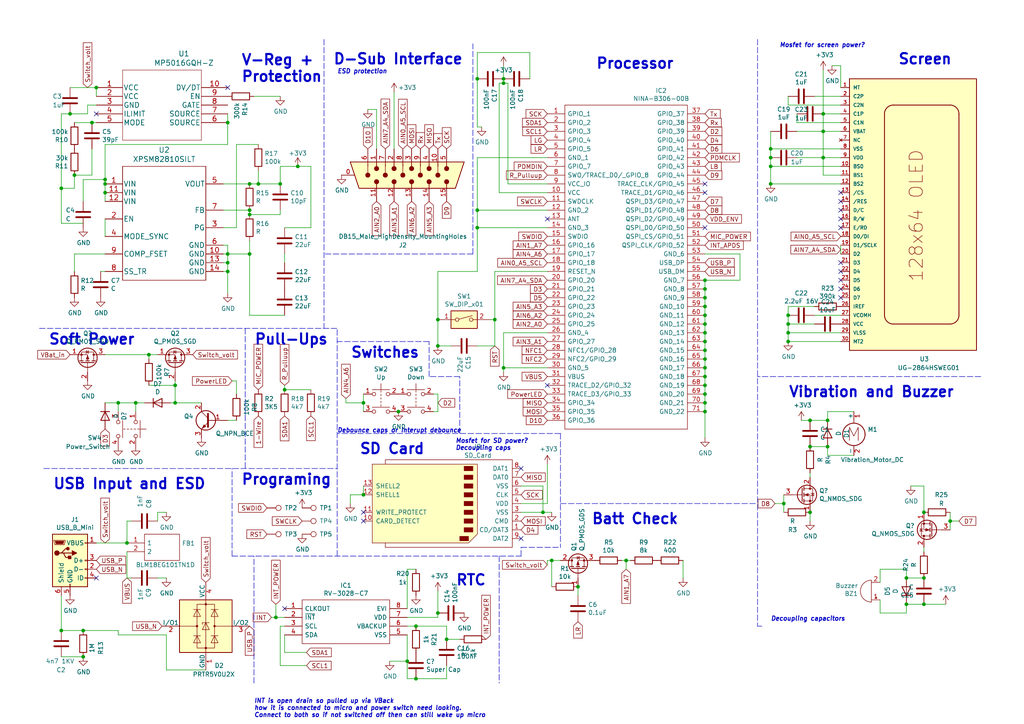
<source format=kicad_sch>
(kicad_sch (version 20211123) (generator eeschema)
  (paper "A4")
  (title_block (title "Nano Motherboard") (date "2021-02-19") (rev "1.0"))
  (junction (at 36.83 157.48))
  (junction (at 267.97 175.26))
  (junction (at 105.41 116.84))
  (junction (at 267.97 148.59))
  (junction (at 227.33 146.05))
  (junction (at 238.76 38.1))
  (junction (at 50.8 111.76))
  (junction (at 72.39 53.34))
  (junction (at 228.6 93.98))
  (junction (at 127 177.8))
  (junction (at 66.04 73.66))
  (junction (at 267.97 167.64))
  (junction (at 204.47 91.44))
  (junction (at 234.95 121.92))
  (junction (at 157.48 148.59))
  (junction (at 238.76 45.72))
  (junction (at 204.47 104.14))
  (junction (at 275.59 151.13))
  (junction (at 115.57 119.38))
  (junction (at 120.65 181.61))
  (junction (at 27.94 25.4))
  (junction (at 138.43 66.04))
  (junction (at 204.47 81.28))
  (junction (at 146.05 22.86))
  (junction (at 240.03 129.54))
  (junction (at 204.47 119.38))
  (junction (at 138.43 22.86))
  (junction (at 66.04 78.74))
  (junction (at 181.61 162.56))
  (junction (at 204.47 96.52))
  (junction (at 223.52 53.34))
  (junction (at 238.76 33.02))
  (junction (at 30.48 52.07))
  (junction (at 204.47 101.6))
  (junction (at 204.47 88.9))
  (junction (at 72.39 60.96))
  (junction (at 17.78 182.88))
  (junction (at 74.93 53.34))
  (junction (at 24.13 182.88))
  (junction (at 160.02 162.56))
  (junction (at 72.39 73.66))
  (junction (at 138.43 60.96))
  (junction (at 167.64 170.18))
  (junction (at 204.47 93.98))
  (junction (at 118.11 191.77))
  (junction (at 204.47 109.22))
  (junction (at 146.05 106.68))
  (junction (at 223.52 43.18))
  (junction (at 127 100.33))
  (junction (at 223.52 48.26))
  (junction (at 17.78 54.61))
  (junction (at 43.18 102.87))
  (junction (at 143.51 92.71))
  (junction (at 120.65 196.85))
  (junction (at 240.03 121.92))
  (junction (at 204.47 116.84))
  (junction (at 234.95 148.59))
  (junction (at 228.6 91.44))
  (junction (at 129.54 185.42))
  (junction (at 86.36 48.26))
  (junction (at 204.47 114.3))
  (junction (at 66.04 76.2))
  (junction (at 21.59 50.8))
  (junction (at 127 92.71))
  (junction (at 34.29 116.84))
  (junction (at 223.52 45.72))
  (junction (at 30.48 53.34))
  (junction (at 66.04 35.56))
  (junction (at 30.48 55.88))
  (junction (at 146.05 24.13))
  (junction (at 228.6 96.52))
  (junction (at 80.01 179.07))
  (junction (at 204.47 83.82))
  (junction (at 204.47 106.68))
  (junction (at 26.67 35.56))
  (junction (at 82.55 113.03))
  (junction (at 24.13 190.5))
  (junction (at 262.89 175.26))
  (junction (at 228.6 99.06))
  (junction (at 72.39 62.23))
  (junction (at 20.32 33.02))
  (junction (at 204.47 86.36))
  (junction (at 234.95 129.54))
  (junction (at 50.8 116.84))
  (junction (at 81.28 53.34))
  (junction (at 204.47 99.06))
  (junction (at 204.47 111.76))
  (junction (at 262.89 167.64))
  (junction (at 105.41 143.51))
  (junction (at 39.37 116.84))
  (no_connect (at 105.41 148.59))
  (no_connect (at 151.13 156.21))
  (no_connect (at 66.04 25.4))
  (no_connect (at 243.84 55.88))
  (no_connect (at 243.84 66.04))
  (no_connect (at 27.94 167.64))
  (no_connect (at 204.47 55.88))
  (no_connect (at 151.13 135.89))
  (no_connect (at 158.75 63.5))
  (no_connect (at 204.47 66.04))
  (no_connect (at 243.84 76.2))
  (no_connect (at 243.84 81.28))
  (no_connect (at 27.94 33.02))
  (no_connect (at 158.75 111.76))
  (no_connect (at 243.84 60.96))
  (no_connect (at 243.84 63.5))
  (no_connect (at 243.84 78.74))
  (no_connect (at 204.47 53.34))
  (no_connect (at 105.41 151.13))
  (no_connect (at 243.84 83.82))
  (no_connect (at 243.84 86.36))
  (no_connect (at 243.84 58.42))
  (no_connect (at 82.55 176.53))
  (wire (pts (xy 34.29 184.15) (xy 34.29 182.88)))
  (wire (pts (xy 143.51 78.74) (xy 143.51 92.71)))
  (wire (pts (xy 204.47 116.84) (xy 204.47 119.38)))
  (polyline (pts (xy 151.13 161.29) (xy 151.13 158.75)))
  (wire (pts (xy 158.75 45.72) (xy 138.43 45.72)))
  (wire (pts (xy 36.83 167.64) (xy 38.1 167.64)))
  (wire (pts (xy 127 177.8) (xy 127 179.07)))
  (wire (pts (xy 81.28 53.34) (xy 81.28 48.26)))
  (wire (pts (xy 30.48 78.74) (xy 29.21 78.74)))
  (wire (pts (xy 147.32 24.13) (xy 147.32 53.34)))
  (wire (pts (xy 30.48 102.87) (xy 43.18 102.87)))
  (wire (pts (xy 34.29 184.15) (xy 48.26 184.15)))
  (wire (pts (xy 24.13 64.77) (xy 17.78 64.77)))
  (wire (pts (xy 74.93 53.34) (xy 72.39 53.34)))
  (wire (pts (xy 39.37 116.84) (xy 39.37 119.38)))
  (wire (pts (xy 130.81 100.33) (xy 127 100.33)))
  (wire (pts (xy 30.48 52.07) (xy 30.48 41.91)))
  (wire (pts (xy 34.29 182.88) (xy 24.13 182.88)))
  (polyline (pts (xy 219.71 181.61) (xy 220.98 181.61)))
  (wire (pts (xy 227.33 146.05) (xy 227.33 148.59)))
  (wire (pts (xy 45.72 148.59) (xy 45.72 151.13)))
  (wire (pts (xy 34.29 116.84) (xy 39.37 116.84)))
  (wire (pts (xy 227.33 143.51) (xy 227.33 146.05)))
  (wire (pts (xy 101.6 143.51) (xy 101.6 146.05)))
  (wire (pts (xy 30.48 52.07) (xy 30.48 53.34)))
  (wire (pts (xy 231.14 35.56) (xy 231.14 33.02)))
  (wire (pts (xy 181.61 162.56) (xy 182.88 162.56)))
  (wire (pts (xy 21.59 50.8) (xy 21.59 54.61)))
  (wire (pts (xy 204.47 106.68) (xy 204.47 109.22)))
  (wire (pts (xy 21.59 73.66) (xy 21.59 78.74)))
  (wire (pts (xy 72.39 69.85) (xy 72.39 73.66)))
  (wire (pts (xy 255.27 173.99) (xy 255.27 177.8)))
  (wire (pts (xy 267.97 167.64) (xy 262.89 167.64)))
  (wire (pts (xy 30.48 73.66) (xy 21.59 73.66)))
  (polyline (pts (xy 162.56 146.05) (xy 219.71 146.05)))
  (wire (pts (xy 90.17 66.04) (xy 90.17 48.26)))
  (wire (pts (xy 80.01 175.26) (xy 80.01 179.07)))
  (wire (pts (xy 82.55 66.04) (xy 90.17 66.04)))
  (wire (pts (xy 228.6 99.06) (xy 228.6 96.52)))
  (wire (pts (xy 143.51 100.33) (xy 143.51 92.71)))
  (polyline (pts (xy 12.7 135.89) (xy 97.79 135.89)))
  (polyline (pts (xy 284.48 109.22) (xy 219.71 109.22)))
  (wire (pts (xy 36.83 157.48) (xy 36.83 151.13)))
  (wire (pts (xy 138.43 22.86) (xy 138.43 36.83)))
  (wire (pts (xy 118.11 191.77) (xy 113.03 191.77)))
  (wire (pts (xy 138.43 15.24) (xy 138.43 22.86)))
  (wire (pts (xy 157.48 148.59) (xy 160.02 148.59)))
  (wire (pts (xy 238.76 38.1) (xy 238.76 45.72)))
  (wire (pts (xy 43.18 102.87) (xy 45.72 102.87)))
  (wire (pts (xy 160.02 170.18) (xy 160.02 162.56)))
  (wire (pts (xy 24.13 58.42) (xy 24.13 52.07)))
  (wire (pts (xy 158.75 55.88) (xy 144.78 55.88)))
  (wire (pts (xy 64.77 60.96) (xy 72.39 60.96)))
  (wire (pts (xy 234.95 129.54) (xy 240.03 129.54)))
  (wire (pts (xy 204.47 96.52) (xy 204.47 99.06)))
  (wire (pts (xy 81.28 193.04) (xy 81.28 181.61)))
  (wire (pts (xy 204.47 81.28) (xy 214.63 81.28)))
  (wire (pts (xy 81.28 181.61) (xy 82.55 181.61)))
  (wire (pts (xy 138.43 66.04) (xy 138.43 78.74)))
  (wire (pts (xy 127 179.07) (xy 118.11 179.07)))
  (wire (pts (xy 204.47 109.22) (xy 204.47 111.76)))
  (wire (pts (xy 68.58 114.3) (xy 68.58 110.49)))
  (wire (pts (xy 147.32 24.13) (xy 146.05 24.13)))
  (wire (pts (xy 74.93 49.53) (xy 74.93 53.34)))
  (wire (pts (xy 129.54 181.61) (xy 129.54 185.42)))
  (wire (pts (xy 90.17 48.26) (xy 86.36 48.26)))
  (wire (pts (xy 78.74 179.07) (xy 80.01 179.07)))
  (wire (pts (xy 27.94 35.56) (xy 26.67 35.56)))
  (wire (pts (xy 66.04 78.74) (xy 66.04 85.09)))
  (wire (pts (xy 157.48 140.97) (xy 157.48 148.59)))
  (wire (pts (xy 223.52 43.18) (xy 223.52 38.1)))
  (wire (pts (xy 223.52 48.26) (xy 223.52 45.72)))
  (wire (pts (xy 82.55 76.2) (xy 82.55 73.66)))
  (wire (pts (xy 236.22 93.98) (xy 228.6 93.98)))
  (wire (pts (xy 151.13 148.59) (xy 157.48 148.59)))
  (wire (pts (xy 158.75 60.96) (xy 138.43 60.96)))
  (wire (pts (xy 143.51 78.74) (xy 158.75 78.74)))
  (wire (pts (xy 90.17 113.03) (xy 82.55 113.03)))
  (wire (pts (xy 82.55 113.03) (xy 82.55 111.76)))
  (wire (pts (xy 243.84 30.48) (xy 228.6 30.48)))
  (wire (pts (xy 68.58 110.49) (xy 67.31 110.49)))
  (wire (pts (xy 24.13 52.07) (xy 30.48 52.07)))
  (wire (pts (xy 228.6 88.9) (xy 228.6 91.44)))
  (wire (pts (xy 243.84 73.66) (xy 243.84 71.12)))
  (wire (pts (xy 17.78 54.61) (xy 17.78 64.77)))
  (wire (pts (xy 243.84 38.1) (xy 238.76 38.1)))
  (wire (pts (xy 17.78 33.02) (xy 20.32 33.02)))
  (wire (pts (xy 109.22 31.75) (xy 106.68 31.75)))
  (polyline (pts (xy 162.56 125.73) (xy 162.56 158.75)))
  (wire (pts (xy 82.55 189.23) (xy 82.55 184.15)))
  (wire (pts (xy 88.9 193.04) (xy 81.28 193.04)))
  (polyline (pts (xy 219.71 11.43) (xy 219.71 181.61)))
  (wire (pts (xy 118.11 196.85) (xy 120.65 196.85)))
  (wire (pts (xy 58.42 116.84) (xy 50.8 116.84)))
  (wire (pts (xy 240.03 119.38) (xy 247.65 119.38)))
  (wire (pts (xy 243.84 96.52) (xy 228.6 96.52)))
  (wire (pts (xy 204.47 99.06) (xy 204.47 101.6)))
  (wire (pts (xy 243.84 19.05) (xy 241.3 19.05)))
  (wire (pts (xy 66.04 73.66) (xy 66.04 71.12)))
  (wire (pts (xy 228.6 30.48) (xy 228.6 27.94)))
  (wire (pts (xy 100.33 115.57) (xy 100.33 116.84)))
  (wire (pts (xy 118.11 181.61) (xy 120.65 181.61)))
  (wire (pts (xy 204.47 114.3) (xy 204.47 116.84)))
  (wire (pts (xy 127 119.38) (xy 125.73 119.38)))
  (wire (pts (xy 127 78.74) (xy 127 92.71)))
  (wire (pts (xy 17.78 172.72) (xy 17.78 182.88)))
  (wire (pts (xy 255.27 165.1) (xy 262.89 165.1)))
  (wire (pts (xy 214.63 81.28) (xy 214.63 73.66)))
  (wire (pts (xy 204.47 91.44) (xy 204.47 93.98)))
  (wire (pts (xy 64.77 73.66) (xy 66.04 73.66)))
  (polyline (pts (xy 151.13 158.75) (xy 162.56 158.75)))
  (wire (pts (xy 17.78 33.02) (xy 17.78 54.61)))
  (wire (pts (xy 243.84 43.18) (xy 223.52 43.18)))
  (wire (pts (xy 243.84 33.02) (xy 238.76 33.02)))
  (wire (pts (xy 81.28 62.23) (xy 81.28 60.96)))
  (wire (pts (xy 105.41 143.51) (xy 101.6 143.51)))
  (wire (pts (xy 198.12 162.56) (xy 198.12 167.64)))
  (wire (pts (xy 105.41 116.84) (xy 105.41 119.38)))
  (wire (pts (xy 36.83 160.02) (xy 36.83 167.64)))
  (polyline (pts (xy 137.16 73.66) (xy 137.16 12.7)))
  (wire (pts (xy 66.04 33.02) (xy 66.04 35.56)))
  (wire (pts (xy 243.84 50.8) (xy 238.76 50.8)))
  (wire (pts (xy 157.48 140.97) (xy 151.13 140.97)))
  (wire (pts (xy 144.78 24.13) (xy 144.78 55.88)))
  (wire (pts (xy 243.84 48.26) (xy 223.52 48.26)))
  (wire (pts (xy 204.47 119.38) (xy 204.47 127)))
  (wire (pts (xy 204.47 86.36) (xy 204.47 88.9)))
  (wire (pts (xy 27.94 27.94) (xy 27.94 25.4)))
  (wire (pts (xy 27.94 157.48) (xy 36.83 157.48)))
  (wire (pts (xy 267.97 158.75) (xy 267.97 160.02)))
  (wire (pts (xy 158.75 53.34) (xy 147.32 53.34)))
  (wire (pts (xy 243.84 91.44) (xy 236.22 91.44)))
  (wire (pts (xy 120.65 181.61) (xy 129.54 181.61)))
  (wire (pts (xy 243.84 25.4) (xy 243.84 19.05)))
  (wire (pts (xy 158.75 106.68) (xy 146.05 106.68)))
  (wire (pts (xy 243.84 99.06) (xy 228.6 99.06)))
  (wire (pts (xy 118.11 196.85) (xy 118.11 191.77)))
  (wire (pts (xy 50.8 111.76) (xy 50.8 116.84)))
  (polyline (pts (xy 124.46 109.22) (xy 124.46 99.06)))
  (wire (pts (xy 267.97 140.97) (xy 267.97 148.59)))
  (wire (pts (xy 72.39 73.66) (xy 66.04 73.66)))
  (wire (pts (xy 267.97 175.26) (xy 262.89 175.26)))
  (wire (pts (xy 17.78 182.88) (xy 24.13 182.88)))
  (wire (pts (xy 34.29 119.38) (xy 34.29 116.84)))
  (wire (pts (xy 223.52 53.34) (xy 223.52 48.26)))
  (polyline (pts (xy 71.12 95.25) (xy 71.12 135.89)))
  (wire (pts (xy 105.41 114.3) (xy 105.41 116.84)))
  (wire (pts (xy 68.58 66.04) (xy 68.58 41.91)))
  (wire (pts (xy 181.61 165.1) (xy 181.61 162.56)))
  (wire (pts (xy 278.13 151.13) (xy 275.59 151.13)))
  (wire (pts (xy 180.34 162.56) (xy 181.61 162.56)))
  (wire (pts (xy 153.67 22.86) (xy 153.67 15.24)))
  (wire (pts (xy 243.84 53.34) (xy 223.52 53.34)))
  (wire (pts (xy 153.67 15.24) (xy 138.43 15.24)))
  (wire (pts (xy 158.75 146.05) (xy 158.75 134.62)))
  (wire (pts (xy 234.95 121.92) (xy 240.03 121.92)))
  (wire (pts (xy 204.47 111.76) (xy 204.47 114.3)))
  (polyline (pts (xy 144.78 161.29) (xy 144.78 198.12)))
  (wire (pts (xy 114.3 43.18) (xy 114.3 26.67)))
  (wire (pts (xy 88.9 189.23) (xy 82.55 189.23)))
  (wire (pts (xy 17.78 190.5) (xy 24.13 190.5)))
  (wire (pts (xy 243.84 45.72) (xy 238.76 45.72)))
  (wire (pts (xy 158.75 96.52) (xy 146.05 96.52)))
  (wire (pts (xy 68.58 121.92) (xy 66.04 121.92)))
  (wire (pts (xy 21.59 50.8) (xy 26.67 50.8)))
  (wire (pts (xy 138.43 100.33) (xy 143.51 100.33)))
  (wire (pts (xy 151.13 146.05) (xy 158.75 146.05)))
  (wire (pts (xy 30.48 41.91) (xy 66.04 41.91)))
  (wire (pts (xy 262.89 177.8) (xy 255.27 177.8)))
  (wire (pts (xy 20.32 25.4) (xy 27.94 25.4)))
  (wire (pts (xy 240.03 132.08) (xy 240.03 129.54)))
  (wire (pts (xy 204.47 81.28) (xy 204.47 83.82)))
  (wire (pts (xy 146.05 96.52) (xy 146.05 106.68)))
  (wire (pts (xy 21.59 54.61) (xy 17.78 54.61)))
  (wire (pts (xy 228.6 93.98) (xy 228.6 91.44)))
  (wire (pts (xy 262.89 165.1) (xy 262.89 167.64)))
  (wire (pts (xy 138.43 78.74) (xy 127 78.74)))
  (wire (pts (xy 73.66 27.94) (xy 81.28 27.94)))
  (wire (pts (xy 204.47 101.6) (xy 204.47 104.14)))
  (wire (pts (xy 240.03 121.92) (xy 240.03 119.38)))
  (polyline (pts (xy 67.31 161.29) (xy 67.31 135.89)))
  (wire (pts (xy 234.95 138.43) (xy 234.95 137.16)))
  (wire (pts (xy 72.39 62.23) (xy 81.28 62.23)))
  (wire (pts (xy 204.47 83.82) (xy 204.47 86.36)))
  (wire (pts (xy 39.37 116.84) (xy 41.91 116.84)))
  (wire (pts (xy 49.53 116.84) (xy 50.8 116.84)))
  (wire (pts (xy 72.39 73.66) (xy 72.39 91.44)))
  (wire (pts (xy 204.47 104.14) (xy 204.47 106.68)))
  (wire (pts (xy 267.97 140.97) (xy 264.16 140.97)))
  (polyline (pts (xy 133.35 109.22) (xy 124.46 109.22)))
  (wire (pts (xy 138.43 45.72) (xy 138.43 60.96)))
  (wire (pts (xy 125.73 114.3) (xy 127 114.3)))
  (wire (pts (xy 43.18 102.87) (xy 43.18 104.14)))
  (wire (pts (xy 66.04 71.12) (xy 64.77 71.12)))
  (wire (pts (xy 146.05 106.68) (xy 146.05 107.95)))
  (wire (pts (xy 228.6 96.52) (xy 228.6 93.98)))
  (wire (pts (xy 238.76 38.1) (xy 238.76 33.02)))
  (wire (pts (xy 64.77 78.74) (xy 66.04 78.74)))
  (wire (pts (xy 26.67 50.8) (xy 26.67 43.18)))
  (wire (pts (xy 120.65 196.85) (xy 129.54 196.85)))
  (wire (pts (xy 146.05 24.13) (xy 144.78 24.13)))
  (polyline (pts (xy 67.31 161.29) (xy 151.13 161.29)))
  (wire (pts (xy 109.22 43.18) (xy 109.22 31.75)))
  (wire (pts (xy 146.05 22.86) (xy 146.05 19.05)))
  (wire (pts (xy 160.02 162.56) (xy 158.75 162.56)))
  (wire (pts (xy 232.41 121.92) (xy 234.95 121.92)))
  (wire (pts (xy 255.27 165.1) (xy 255.27 168.91)))
  (wire (pts (xy 236.22 27.94) (xy 243.84 27.94)))
  (wire (pts (xy 234.95 151.13) (xy 234.95 148.59)))
  (wire (pts (xy 223.52 45.72) (xy 223.52 43.18)))
  (wire (pts (xy 72.39 91.44) (xy 82.55 91.44)))
  (wire (pts (xy 64.77 66.04) (xy 68.58 66.04)))
  (wire (pts (xy 214.63 73.66) (xy 204.47 73.66)))
  (wire (pts (xy 204.47 88.9) (xy 204.47 91.44)))
  (wire (pts (xy 238.76 38.1) (xy 231.14 38.1)))
  (wire (pts (xy 81.28 48.26) (xy 86.36 48.26)))
  (wire (pts (xy 224.79 146.05) (xy 227.33 146.05)))
  (wire (pts (xy 238.76 45.72) (xy 231.14 45.72)))
  (wire (pts (xy 118.11 176.53) (xy 118.11 165.1)))
  (wire (pts (xy 127 171.45) (xy 127 177.8)))
  (wire (pts (xy 129.54 185.42) (xy 133.35 185.42)))
  (wire (pts (xy 204.47 93.98) (xy 204.47 96.52)))
  (wire (pts (xy 127 100.33) (xy 127 92.71)))
  (wire (pts (xy 158.75 66.04) (xy 138.43 66.04)))
  (wire (pts (xy 158.75 163.83) (xy 158.75 162.56)))
  (wire (pts (xy 72.39 53.34) (xy 64.77 53.34)))
  (wire (pts (xy 118.11 165.1) (xy 120.65 165.1)))
  (wire (pts (xy 275.59 151.13) (xy 275.59 148.59)))
  (wire (pts (xy 66.04 76.2) (xy 66.04 78.74)))
  (wire (pts (xy 275.59 153.67) (xy 275.59 151.13)))
  (wire (pts (xy 129.54 193.04) (xy 129.54 196.85)))
  (polyline (pts (xy 133.35 125.73) (xy 133.35 109.22)))
  (wire (pts (xy 66.04 35.56) (xy 66.04 41.91)))
  (wire (pts (xy 68.58 41.91) (xy 74.93 41.91)))
  (wire (pts (xy 146.05 22.86) (xy 146.05 24.13)))
  (wire (pts (xy 48.26 194.31) (xy 48.26 184.15)))
  (wire (pts (xy 138.43 60.96) (xy 138.43 66.04)))
  (wire (pts (xy 72.39 60.96) (xy 72.39 62.23)))
  (wire (pts (xy 30.48 55.88) (xy 30.48 53.34)))
  (polyline (pts (xy 124.46 99.06) (xy 97.79 99.06)))
  (wire (pts (xy 30.48 63.5) (xy 30.48 68.58)))
  (wire (pts (xy 25.4 33.02) (xy 20.32 33.02)))
  (wire (pts (xy 105.41 140.97) (xy 105.41 143.51)))
  (wire (pts (xy 25.4 30.48) (xy 25.4 33.02)))
  (polyline (pts (xy 93.98 11.43) (xy 93.98 95.25)))
  (wire (pts (xy 26.67 35.56) (xy 21.59 35.56)))
  (wire (pts (xy 143.51 92.71) (xy 142.24 92.71)))
  (wire (pts (xy 48.26 148.59) (xy 45.72 148.59)))
  (wire (pts (xy 238.76 33.02) (xy 238.76 20.32)))
  (wire (pts (xy 167.64 172.72) (xy 167.64 170.18)))
  (wire (pts (xy 243.84 35.56) (xy 231.14 35.56)))
  (wire (pts (xy 66.04 76.2) (xy 66.04 73.66)))
  (polyline (pts (xy 162.56 125.73) (xy 97.79 125.73)))
  (wire (pts (xy 30.48 58.42) (xy 30.48 55.88)))
  (wire (pts (xy 74.93 53.34) (xy 81.28 53.34)))
  (wire (pts (xy 238.76 50.8) (xy 238.76 45.72)))
  (wire (pts (xy 262.89 175.26) (xy 262.89 177.8)))
  (wire (pts (xy 100.33 116.84) (xy 105.41 116.84)))
  (wire (pts (xy 236.22 88.9) (xy 228.6 88.9)))
  (wire (pts (xy 138.43 36.83) (xy 139.7 36.83)))
  (wire (pts (xy 43.18 111.76) (xy 50.8 111.76)))
  (wire (pts (xy 48.26 194.31) (xy 59.69 194.31)))
  (wire (pts (xy 50.8 110.49) (xy 50.8 111.76)))
  (wire (pts (xy 27.94 30.48) (xy 25.4 30.48)))
  (wire (pts (xy 118.11 191.77) (xy 118.11 184.15)))
  (wire (pts (xy 267.97 175.26) (xy 274.32 175.26)))
  (polyline (pts (xy 73.66 198.12) (xy 73.66 161.29)))
  (wire (pts (xy 80.01 179.07) (xy 82.55 179.07)))
  (wire (pts (xy 34.29 116.84) (xy 30.48 116.84)))
  (wire (pts (xy 162.56 162.56) (xy 160.02 162.56)))
  (wire (pts (xy 45.72 167.64) (xy 48.26 167.64)))
  (polyline (pts (xy 11.43 95.25) (xy 97.79 95.25)))
  (wire (pts (xy 127 114.3) (xy 127 119.38)))
  (wire (pts (xy 64.77 76.2) (xy 66.04 76.2)))
  (polyline (pts (xy 97.79 161.29) (xy 97.79 95.25)))
  (polyline (pts (xy 137.16 73.66) (xy 93.98 73.66)))
  (wire (pts (xy 240.03 132.08) (xy 247.65 132.08)))
  (wire (pts (xy 36.83 151.13) (xy 38.1 151.13)))
  (text "RTC" (at 132.08 170.18 0) (effects (font (size 2.9972 2.9972) (thickness 0.5994) bold) (justify left bottom)))
  (text "Mosfet for screen power?" (at 226.06 13.97 0) (effects (font (size 1.27 1.27) (thickness 0.254) bold italic) (justify left bottom)))
  (text "Debounce caps or interupt debounce" (at 97.79 125.73 0) (effects (font (size 1.27 1.27) (thickness 0.254) bold italic) (justify left bottom)))
  (text "SD Card" (at 104.14 132.08 0) (effects (font (size 2.9972 2.9972) (thickness 0.5994) bold) (justify left bottom)))
  (text "INT is open drain so pulled up via VBack\nhow it is connected to micro and power switch need looking.\nConnect to both so if not switched off then can still wake up micro" (at 73.66 208.28 0) (effects (font (size 1.27 1.27) (thickness 0.254) bold italic) (justify left bottom)))
  (text "Screen" (at 260.35 19.05 0) (effects (font (size 2.9972 2.9972) (thickness 0.5994) bold) (justify left bottom)))
  (text "D-Sub Interface" (at 96.52 19.05 0) (effects (font (size 2.9972 2.9972) (thickness 0.5994) bold) (justify left bottom)))
  (text "Mosfet for SD power?\nDecoupling caps" (at 132.08 130.81 0) (effects (font (size 1.27 1.27) (thickness 0.254) bold italic) (justify left bottom)))
  (text "Programing" (at 69.85 140.97 0) (effects (font (size 2.9972 2.9972) (thickness 0.5994) bold) (justify left bottom)))
  (text "Switches" (at 101.6 104.14 0) (effects (font (size 2.9972 2.9972) (thickness 0.5994) bold) (justify left bottom)))
  (text "Batt Check" (at 171.45 152.4 0) (effects (font (size 2.9972 2.9972) (thickness 0.5994) bold) (justify left bottom)))
  (text "Soft Power" (at 13.97 100.33 0) (effects (font (size 2.9972 2.9972) (thickness 0.5994) bold) (justify left bottom)))
  (text "ESD protection" (at 97.79 21.59 0) (effects (font (size 1.27 1.27) (thickness 0.254) bold italic) (justify left bottom)))
  (text "Processor" (at 172.72 20.32 0) (effects (font (size 2.9972 2.9972) (thickness 0.5994) bold) (justify left bottom)))
  (text "Pull-Ups" (at 73.66 100.33 0) (effects (font (size 2.9972 2.9972) (thickness 0.5994) bold) (justify left bottom)))
  (text "Decoupling capacitors" (at 223.52 180.34 0) (effects (font (size 1.27 1.27) (thickness 0.254) bold italic) (justify left bottom)))
  (text "V-Reg + \nProtection" (at 69.85 24.13 0) (effects (font (size 2.9972 2.9972) (thickness 0.5994) bold) (justify left bottom)))
  (text "USB Input and ESD" (at 15.24 142.24 0) (effects (font (size 2.9972 2.9972) (thickness 0.5994) bold) (justify left bottom)))
  (text "Vibration and Buzzer" (at 228.6 115.57 0) (effects (font (size 2.9972 2.9972) (thickness 0.5994) bold) (justify left bottom)))
  (global_label "SCL1" (shape input) (at 88.9 193.04 0) (property "Intersheet References" "${INTERSHEET_REFS}" (effects hide)))
  (global_label "D4" (shape input) (at 204.47 40.64 0) (property "Intersheet References" "${INTERSHEET_REFS}" (effects hide)))
  (global_label "LB" (shape input) (at 204.47 48.26 0) (property "Intersheet References" "${INTERSHEET_REFS}" (effects hide)))
  (global_label "AIN5_A3" (shape input) (at 158.75 88.9 180) (property "Intersheet References" "${INTERSHEET_REFS}" (effects hide)))
  (global_label "MISO~{}" (shape input) (at 124.46 43.18 90) (property "Intersheet References" "${INTERSHEET_REFS}" (effects hide)))
  (global_label "Switch_volt" (shape input) (at 25.4 25.4 90) (property "Intersheet References" "${INTERSHEET_REFS}" (effects hide)))
  (global_label "SDA1" (shape input) (at 88.9 189.23 0) (property "Intersheet References" "${INTERSHEET_REFS}" (effects hide)))
  (global_label "AIN0_A5_SCL" (shape input) (at 158.75 76.2 180) (property "Intersheet References" "${INTERSHEET_REFS}" (effects hide)))
  (global_label "SDA1" (shape input) (at 158.75 35.56 180) (property "Intersheet References" "${INTERSHEET_REFS}" (effects hide)))
  (global_label "LR" (shape input) (at 158.75 43.18 180) (property "Intersheet References" "${INTERSHEET_REFS}" (effects hide)))
  (global_label "INT" (shape input) (at 78.74 179.07 180) (property "Intersheet References" "${INTERSHEET_REFS}" (effects hide)))
  (global_label "MOSI" (shape input) (at 158.75 119.38 180) (property "Intersheet References" "${INTERSHEET_REFS}" (effects hide)))
  (global_label "D8" (shape input) (at 204.47 60.96 0) (property "Intersheet References" "${INTERSHEET_REFS}" (effects hide)))
  (global_label "VBUS" (shape input) (at 158.75 109.22 180) (property "Intersheet References" "${INTERSHEET_REFS}" (effects hide)))
  (global_label "MISO" (shape input) (at 151.13 138.43 0) (property "Intersheet References" "${INTERSHEET_REFS}" (effects hide)))
  (global_label "MOSI" (shape input) (at 119.38 43.18 90) (property "Intersheet References" "${INTERSHEET_REFS}" (effects hide)))
  (global_label "VDD_ENV" (shape input) (at 204.47 63.5 0) (property "Intersheet References" "${INTERSHEET_REFS}" (effects hide)))
  (global_label "D10" (shape input) (at 106.68 43.18 90) (property "Intersheet References" "${INTERSHEET_REFS}" (effects hide)))
  (global_label "USB_P" (shape input) (at 72.39 181.61 270) (property "Intersheet References" "${INTERSHEET_REFS}" (effects hide)))
  (global_label "D9" (shape input) (at 204.47 50.8 0) (property "Intersheet References" "${INTERSHEET_REFS}" (effects hide)))
  (global_label "D8" (shape input) (at 224.79 146.05 180) (property "Intersheet References" "${INTERSHEET_REFS}" (effects hide)))
  (global_label "R_Pulluup" (shape input) (at 82.55 111.76 90) (property "Intersheet References" "${INTERSHEET_REFS}" (effects hide)))
  (global_label "D7" (shape input) (at 204.47 58.42 0) (property "Intersheet References" "${INTERSHEET_REFS}" (effects hide)))
  (global_label "AIN3_A1" (shape input) (at 158.75 99.06 180) (property "Intersheet References" "${INTERSHEET_REFS}" (effects hide)))
  (global_label "USB_N" (shape input) (at 204.47 78.74 0) (property "Intersheet References" "${INTERSHEET_REFS}" (effects hide)))
  (global_label "D4" (shape input) (at 151.13 153.67 0) (property "Intersheet References" "${INTERSHEET_REFS}" (effects hide)))
  (global_label "SWDIO" (shape input) (at 77.47 147.32 180) (property "Intersheet References" "${INTERSHEET_REFS}" (effects hide)))
  (global_label "SWCLK" (shape input) (at 87.63 151.13 180) (property "Intersheet References" "${INTERSHEET_REFS}" (effects hide)))
  (global_label "AIN3_A1" (shape input) (at 114.3 58.42 270) (property "Intersheet References" "${INTERSHEET_REFS}" (effects hide)))
  (global_label "INT_APDS" (shape input) (at 204.47 71.12 0) (property "Intersheet References" "${INTERSHEET_REFS}" (effects hide)))
  (global_label "RST" (shape input) (at 77.47 154.94 180) (property "Intersheet References" "${INTERSHEET_REFS}" (effects hide)))
  (global_label "SCL1" (shape input) (at 158.75 38.1 180) (property "Intersheet References" "${INTERSHEET_REFS}" (effects hide)))
  (global_label "D3~{}" (shape input) (at 158.75 83.82 180) (property "Intersheet References" "${INTERSHEET_REFS}" (effects hide)))
  (global_label "SWDIO" (shape input) (at 158.75 68.58 180) (property "Intersheet References" "${INTERSHEET_REFS}" (effects hide)))
  (global_label "AIN0_A5_SCL" (shape input) (at 243.84 68.58 180) (property "Intersheet References" "${INTERSHEET_REFS}" (effects hide)))
  (global_label "1-Wire" (shape input) (at 74.93 120.65 270) (property "Intersheet References" "${INTERSHEET_REFS}" (effects hide)))
  (global_label "AIN2_A0" (shape input) (at 109.22 58.42 270) (property "Intersheet References" "${INTERSHEET_REFS}" (effects hide)))
  (global_label "MOSI" (shape input) (at 151.13 151.13 0) (property "Intersheet References" "${INTERSHEET_REFS}" (effects hide)))
  (global_label "D10" (shape input) (at 158.75 121.92 180) (property "Intersheet References" "${INTERSHEET_REFS}" (effects hide)))
  (global_label "LG" (shape input) (at 158.75 40.64 180) (property "Intersheet References" "${INTERSHEET_REFS}" (effects hide)))
  (global_label "SCK" (shape input) (at 151.13 143.51 0) (property "Intersheet References" "${INTERSHEET_REFS}" (effects hide)))
  (global_label "VBUS" (shape input) (at 36.83 167.64 270) (property "Intersheet References" "${INTERSHEET_REFS}" (effects hide)))
  (global_label "Switch_volt" (shape input) (at 59.69 168.91 90) (property "Intersheet References" "${INTERSHEET_REFS}" (effects hide)))
  (global_label "D3~{}" (shape input) (at 30.48 124.46 270) (property "Intersheet References" "${INTERSHEET_REFS}" (effects hide)))
  (global_label "D7" (shape input) (at 278.13 151.13 0) (property "Intersheet References" "${INTERSHEET_REFS}" (effects hide)))
  (global_label "VBat_in" (shape input) (at 20.32 102.87 180) (property "Intersheet References" "${INTERSHEET_REFS}" (effects hide)))
  (global_label "Switch_volt" (shape input) (at 158.75 163.83 180) (property "Intersheet References" "${INTERSHEET_REFS}" (effects hide)))
  (global_label "SCK" (shape input) (at 129.54 43.18 90) (property "Intersheet References" "${INTERSHEET_REFS}" (effects hide)))
  (global_label "D5~{}" (shape input) (at 158.75 86.36 180) (property "Intersheet References" "${INTERSHEET_REFS}" (effects hide)))
  (global_label "PowerLED" (shape input) (at 158.75 114.3 180) (property "Intersheet References" "${INTERSHEET_REFS}" (effects hide)))
  (global_label "AIN1_A7" (shape input) (at 181.61 165.1 270) (property "Intersheet References" "${INTERSHEET_REFS}" (effects hide)))
  (global_label "USB_N" (shape input) (at 46.99 181.61 180) (property "Intersheet References" "${INTERSHEET_REFS}" (effects hide)))
  (global_label "INT_POWER" (shape input) (at 140.97 185.42 90) (property "Intersheet References" "${INTERSHEET_REFS}" (effects hide)))
  (global_label "PDMCLK" (shape input) (at 204.47 45.72 0) (property "Intersheet References" "${INTERSHEET_REFS}" (effects hide)))
  (global_label "D2" (shape input) (at 127 116.84 0) (property "Intersheet References" "${INTERSHEET_REFS}" (effects hide)))
  (global_label "PDMDIN" (shape input) (at 158.75 48.26 180) (property "Intersheet References" "${INTERSHEET_REFS}" (effects hide)))
  (global_label "D6" (shape input) (at 204.47 43.18 0) (property "Intersheet References" "${INTERSHEET_REFS}" (effects hide)))
  (global_label "MIC_POWER" (shape input) (at 74.93 113.03 90) (property "Intersheet References" "${INTERSHEET_REFS}" (effects hide)))
  (global_label "AIN4_A6" (shape input) (at 158.75 73.66 180) (property "Intersheet References" "${INTERSHEET_REFS}" (effects hide)))
  (global_label "AIN7_A4_SDA" (shape input) (at 243.84 72.39 180) (property "Intersheet References" "${INTERSHEET_REFS}" (effects hide)))
  (global_label "Rx" (shape input) (at 204.47 35.56 0) (property "Intersheet References" "${INTERSHEET_REFS}" (effects hide)))
  (global_label "AIN5_A3" (shape input) (at 124.46 58.42 270) (property "Intersheet References" "${INTERSHEET_REFS}" (effects hide)))
  (global_label "USB_P" (shape input) (at 204.47 76.2 0) (property "Intersheet References" "${INTERSHEET_REFS}" (effects hide)))
  (global_label "D2" (shape input) (at 204.47 38.1 0) (property "Intersheet References" "${INTERSHEET_REFS}" (effects hide)))
  (global_label "NFC2" (shape input) (at 158.75 104.14 180) (property "Intersheet References" "${INTERSHEET_REFS}" (effects hide)))
  (global_label "AIN0_A5_SCL" (shape input) (at 116.84 43.18 90) (property "Intersheet References" "${INTERSHEET_REFS}" (effects hide)))
  (global_label "Switch_volt" (shape input) (at 30.48 157.48 90) (property "Intersheet References" "${INTERSHEET_REFS}" (effects hide)))
  (global_label "Tx" (shape input) (at 204.47 33.02 0) (property "Intersheet References" "${INTERSHEET_REFS}" (effects hide)))
  (global_label "Rx" (shape input) (at 121.92 43.18 90) (property "Intersheet References" "${INTERSHEET_REFS}" (effects hide)))
  (global_label "R_Pulluup" (shape input) (at 158.75 50.8 180) (property "Intersheet References" "${INTERSHEET_REFS}" (effects hide)))
  (global_label "PowerLED" (shape input) (at 67.31 110.49 180) (property "Intersheet References" "${INTERSHEET_REFS}" (effects hide)))
  (global_label "NFC1" (shape input) (at 158.75 101.6 180) (property "Intersheet References" "${INTERSHEET_REFS}" (effects hide)))
  (global_label "INT_POWER" (shape input) (at 80.01 175.26 90) (property "Intersheet References" "${INTERSHEET_REFS}" (effects hide)))
  (global_label "LR" (shape input) (at 167.64 180.34 270) (property "Intersheet References" "${INTERSHEET_REFS}" (effects hide)))
  (global_label "SDA1" (shape input) (at 82.55 120.65 270) (property "Intersheet References" "${INTERSHEET_REFS}" (effects hide)))
  (global_label "RST" (shape input) (at 143.51 100.33 270) (property "Intersheet References" "${INTERSHEET_REFS}" (effects hide)))
  (global_label "USB_N" (shape input) (at 27.94 165.1 0) (property "Intersheet References" "${INTERSHEET_REFS}" (effects hide)))
  (global_label "AIN2_A0" (shape input) (at 158.75 93.98 180) (property "Intersheet References" "${INTERSHEET_REFS}" (effects hide)))
  (global_label "SWCLK" (shape input) (at 158.75 58.42 180) (property "Intersheet References" "${INTERSHEET_REFS}" (effects hide)))
  (global_label "AIN4_A6" (shape input) (at 100.33 115.57 90) (property "Intersheet References" "${INTERSHEET_REFS}" (effects hide)))
  (global_label "Switch_volt" (shape input) (at 55.88 102.87 0) (property "Intersheet References" "${INTERSHEET_REFS}" (effects hide)))
  (global_label "AIN7_A4_SDA" (shape input) (at 111.76 43.18 90) (property "Intersheet References" "${INTERSHEET_REFS}" (effects hide)))
  (global_label "AIN6_A2" (shape input) (at 158.75 91.44 180) (property "Intersheet References" "${INTERSHEET_REFS}" (effects hide)))
  (global_label "D9" (shape input) (at 129.54 58.42 270) (property "Intersheet References" "${INTERSHEET_REFS}" (effects hide)))
  (global_label "Tx" (shape input) (at 127 43.18 90) (property "Intersheet References" "${INTERSHEET_REFS}" (effects hide)))
  (global_label "SCL1" (shape input) (at 90.17 120.65 270) (property "Intersheet References" "${INTERSHEET_REFS}" (effects hide)))
  (global_label "MISO~{}" (shape input) (at 158.75 116.84 180) (property "Intersheet References" "${INTERSHEET_REFS}" (effects hide)))
  (global_label "AIN7_A4_SDA" (shape input) (at 158.75 81.28 180) (property "Intersheet References" "${INTERSHEET_REFS}" (effects hide)))
  (global_label "SCK" (shape input) (at 158.75 33.02 180) (property "Intersheet References" "${INTERSHEET_REFS}" (effects hide)))
  (global_label "AIN6_A2" (shape input) (at 119.38 58.42 270) (property "Intersheet References" "${INTERSHEET_REFS}" (effects hide)))
  (global_label "MIC_POWER" (shape input) (at 204.47 68.58 0) (property "Intersheet References" "${INTERSHEET_REFS}" (effects hide)))
  (global_label "USB_P" (shape input) (at 27.94 162.56 0) (property "Intersheet References" "${INTERSHEET_REFS}" (effects hide)))
  (global_label "AIN1_A7" (shape input) (at 158.75 71.12 180) (property "Intersheet References" "${INTERSHEET_REFS}" (effects hide)))
  (symbol (lib_id "Device:R") (at 74.93 116.84 180) (unit 1)
    (property "Reference" "R2" (at 76.708 115.6716 0) (effects (justify right)))
    (property "Value" "3K5" (at 76.708 117.983 0) (effects (justify right)))
    (property "Footprint" "Resistor_SMD:R_0805_2012Metric" (effects hide))
  )
  (symbol (lib_id "Device:D") (at 240.03 125.73 270) (unit 1)
    (property "Reference" "D1" (at 245.5164 125.73 0))
    (property "Value" "D" (at 243.205 125.73 0))
    (property "Footprint" "Diode_SMD:D_1206_3216Metric" (effects hide))
  )
  (symbol (lib_id "Motor:Motor_DC") (at 247.65 124.46 0) (unit 1)
    (property "Reference" "M1" (at 251.6632 124.5616 0) (effects (justify left)))
    (property "Value" "Vibration_Motor_DC" (at 243.84 133.35 0) (effects (justify left)))
    (property "Footprint" "Diode_SMD:D_1206_3216Metric" (effects hide))
  )
  (symbol (lib_id "Device:C") (at 234.95 125.73 0) (unit 1)
    (property "Reference" "C1" (at 237.871 124.5616 0) (effects (justify left)))
    (property "Value" "C" (at 237.871 126.873 0) (effects (justify left)))
    (property "Footprint" "Capacitor_SMD:C_0805_2012Metric" (effects hide))
  )
  (symbol (lib_id "Device:R") (at 231.14 148.59 90) (unit 1)
    (property "Reference" "R3" (at 229.87 153.67 90))
    (property "Value" "R" (at 229.87 151.13 90))
    (property "Footprint" "Resistor_SMD:R_0805_2012Metric" (effects hide))
  )
  (symbol (lib_id "Device:Buzzer") (at 252.73 171.45 180) (unit 1)
    (property "Reference" "BZ1" (at 248.8692 172.1866 0) (effects (justify left)))
    (property "Value" "Buzzer" (at 248.8692 169.8752 0) (effects (justify left)))
    (property "Footprint" "CMI-9605IC-0380T:CMI9605IC0380T" (effects hide))
  )
  (symbol (lib_id "Device:R") (at 234.95 133.35 0) (unit 1)
    (property "Reference" "R4" (at 240.2078 133.35 90))
    (property "Value" "R" (at 237.8964 133.35 90))
    (property "Footprint" "Resistor_SMD:R_0805_2012Metric" (effects hide))
  )
  (symbol (lib_id "Connector:DB15_Male_HighDensity_MountingHoles") (at 116.84 50.8 270) (unit 1)
    (property "Reference" "J2" (at 116.84 71.12 90))
    (property "Value" "DB15_Male_HighDensity_MountingHoles" (at 116.84 68.58 90))
    (property "Datasheet" " ~" (effects hide))
  )
  (symbol (lib_id "Switch:SW_Push_Dual") (at 110.49 114.3 0) (unit 1)
    (property "Reference" "SW2" (at 110.49 107.061 0))
    (property "Value" "Up" (at 110.49 109.3724 0))
  )
  (symbol (lib_id "Switch:SW_Push_Dual") (at 120.65 114.3 0) (unit 1)
    (property "Reference" "SW3" (at 120.65 107.061 0))
    (property "Value" "Down" (at 120.65 109.3724 0))
  )
  (symbol (lib_id "Connector:SD_Card") (at 128.27 146.05 180) (unit 1)
    (property "Reference" "J9" (at 137.16 129.54 0) (effects (justify right)))
    (property "Value" "SD_Card" (at 134.62 132.08 0) (effects (justify right)))
    (property "Datasheet" "http://portal.fciconnect.com/Comergent//fci/drawing/10067847.pdf" (effects hide))
  )
  (symbol (lib_id "Switch:SW_Push_Dual") (at 39.37 124.46 270) (unit 1)
    (property "Reference" "SW4" (at 25.4 127 90) (effects (justify left)))
    (property "Value" "Power_Switch" (at 19.05 129.54 90) (effects (justify left)))
  )
  (symbol (lib_id "Device:R") (at 43.18 107.95 0) (unit 1)
    (property "Reference" "R7" (at 48.4378 107.95 90))
    (property "Value" "100k" (at 46.1264 107.95 90))
    (property "Footprint" "Resistor_SMD:R_0805_2012Metric" (effects hide))
  )
  (symbol (lib_id "Device:R") (at 68.58 118.11 0) (unit 1)
    (property "Reference" "R8" (at 73.8378 118.11 90))
    (property "Value" "100k" (at 71.5264 118.11 90))
    (property "Footprint" "Resistor_SMD:R_0805_2012Metric" (effects hide))
  )
  (symbol (lib_id "Device:Q_NPN_BCE") (at 60.96 121.92 0) (mirror y) (unit 1)
    (property "Reference" "Q4" (at 56.1086 120.7516 0) (effects (justify left)))
    (property "Value" "Q_NPN_BCE" (at 73.66 125.73 0) (effects (justify left)))
    (property "Footprint" "kicad-libraries-master:SOT23-3" (effects hide))
  )
  (symbol (lib_id "Device:Q_PMOS_SGD") (at 50.8 105.41 270) (mirror x) (unit 1)
    (property "Reference" "Q2" (at 50.8 96.7232 90))
    (property "Value" "Q_PMOS_SGD" (at 50.8 99.0346 90))
  )
  (symbol (lib_id "Device:Q_PMOS_GDS") (at 167.64 165.1 90) (unit 1)
    (property "Reference" "Q1" (at 166.4716 159.893 0) (effects (justify left)))
    (property "Value" "Q_PMOS_GDS" (at 168.783 159.893 0) (effects (justify left)))
  )
  (symbol (lib_id "Device:R") (at 176.53 162.56 90) (unit 1)
    (property "Reference" "R5" (at 176.53 157.3022 90))
    (property "Value" "10k" (at 176.53 159.6136 90))
    (property "Footprint" "Resistor_SMD:R_0805_2012Metric" (effects hide))
  )
  (symbol (lib_id "Device:R") (at 186.69 162.56 90) (unit 1)
    (property "Reference" "R9" (at 186.69 157.3022 90))
    (property "Value" "8k" (at 186.69 159.6136 90))
    (property "Footprint" "Resistor_SMD:R_0805_2012Metric" (effects hide))
  )
  (symbol (lib_id "Device:R") (at 163.83 170.18 90) (unit 1)
    (property "Reference" "R1" (at 163.83 164.9222 90))
    (property "Value" "10k" (at 163.83 167.2336 90))
    (property "Footprint" "Resistor_SMD:R_0805_2012Metric" (effects hide))
  )
  (symbol (lib_id "Device:C") (at 167.64 176.53 0) (unit 1)
    (property "Reference" "C6" (at 170.561 175.3616 0) (effects (justify left)))
    (property "Value" "0.1uF" (at 170.561 177.673 0) (effects (justify left)))
    (property "Footprint" "Capacitor_SMD:C_0805_2012Metric" (effects hide))
  )
  (symbol (lib_id "NINA-B306-00B:NINA-B306-00B") (at 158.75 33.02 0) (unit 1)
    (property "Reference" "IC2" (at 191.77 26.289 0))
    (property "Value" "NINA-B306-00B" (at 191.77 28.6004 0))
    (property "Footprint" "NINA-B306-00B:NINAB30600B" (effects hide))
    (property "Datasheet" "https://www.u-blox.com/en/docs/UBX-17052099" (effects hide))
    (property "Description" "RX TXRX MODULE BT TRC ANT SMD" (effects hide))
    (property "Height" "2.63" (effects hide))
    (property "Mouser Part Number" "377-NINA-B306-00B" (effects hide))
    (property "Mouser Price/Stock" "https://www.mouser.co.uk/ProductDetail/u-blox/NINA-B306-00B?qs=zW32dvEIR3uPiIbgcFbQtQ%3D%3D" (effects hide))
    (property "Manufacturer_Name" "U-Blox" (effects hide))
    (property "Manufacturer_Part_Number" "NINA-B306-00B" (effects hide))
  )
  (symbol (lib_id "Connector:TestPoint") (at 87.63 147.32 270) (unit 1)
    (property "Reference" "TP1" (at 92.71 147.32 90) (effects (justify left)))
    (property "Value" "TestPoint" (effects hide))
  )
  (symbol (lib_id "Device:C") (at 24.13 62.23 0) (unit 1)
    (property "Reference" "C4" (at 19.05 60.96 0) (effects (justify left)))
    (property "Value" "C" (at 19.05 63.5 0) (effects (justify left)))
  )
  (symbol (lib_id "Device:C") (at 29.21 82.55 0) (unit 1)
    (property "Reference" "C7" (at 32.131 81.3816 0) (effects (justify left)))
    (property "Value" "C" (at 32.131 83.693 0) (effects (justify left)))
  )
  (symbol (lib_id "Device:R") (at 21.59 82.55 0) (unit 1)
    (property "Reference" "R12" (at 23.368 81.3816 0) (effects (justify left)))
    (property "Value" "R" (at 23.368 83.693 0) (effects (justify left)))
  )
  (symbol (lib_id "Device:R") (at 72.39 57.15 0) (unit 1)
    (property "Reference" "R15" (at 74.168 55.9816 0) (effects (justify left)))
    (property "Value" "R" (at 74.168 58.293 0) (effects (justify left)))
  )
  (symbol (lib_id "Device:R") (at 72.39 66.04 0) (unit 1)
    (property "Reference" "R16" (at 74.168 64.8716 0) (effects (justify left)))
    (property "Value" "R" (at 74.168 67.183 0) (effects (justify left)))
  )
  (symbol (lib_id "Device:R") (at 74.93 45.72 0) (unit 1)
    (property "Reference" "R17" (at 76.708 44.5516 0) (effects (justify left)))
    (property "Value" "100k" (at 76.708 46.863 0) (effects (justify left)))
  )
  (symbol (lib_id "Device:C") (at 81.28 57.15 0) (unit 1)
    (property "Reference" "C10" (at 84.201 55.9816 0) (effects (justify left)))
    (property "Value" "10pF" (at 84.201 58.293 0) (effects (justify left)))
  )
  (symbol (lib_id "Device:C") (at 82.55 69.85 0) (unit 1)
    (property "Reference" "C11" (at 85.471 68.6816 0) (effects (justify left)))
    (property "Value" "22uF" (at 85.471 70.993 0) (effects (justify left)))
  )
  (symbol (lib_id "power:GND") (at 29.21 86.36 0) (unit 1)
    (property "Reference" "#PWR06" (effects hide))
    (property "Value" "GND" (at 29.337 90.7542 0))
  )
  (symbol (lib_id "power:GND") (at 21.59 86.36 0) (unit 1)
    (property "Reference" "#PWR03" (effects hide))
    (property "Value" "GND" (at 21.717 90.7542 0))
  )
  (symbol (lib_id "power:GND") (at 66.04 85.09 0) (unit 1)
    (property "Reference" "#PWR012" (effects hide))
    (property "Value" "GND" (at 66.167 89.4842 0))
  )
  (symbol (lib_id "2021-12-09_15-31-56:XPSM82810SILT") (at 30.48 53.34 0) (unit 1)
    (property "Reference" "U2" (at 47.625 43.4848 0) (effects (font (size 1.524 1.524))))
    (property "Value" "XPSM82810SILT" (at 47.625 46.1772 0) (effects (font (size 1.524 1.524))))
    (property "Footprint" "SIL0014B-MFG" (effects hide))
  )
  (symbol (lib_id "UG-2864HSWEG01:UG-2864HSWEG01") (at 269.24 60.96 270) (unit 1)
    (property "Reference" "U3" (at 266.7 104.14 90) (effects (justify left)))
    (property "Value" "UG-2864HSWEG01" (at 260.35 106.68 90) (effects (justify left)))
    (property "Footprint" "1X30-0.7MM" (effects hide))
  )
  (symbol (lib_id "power:+3.3V") (at 86.36 48.26 0) (unit 1)
    (property "Reference" "#PWR015" (effects hide))
    (property "Value" "+3.3V" (at 86.36 44.45 0))
  )
  (symbol (lib_id "power:GND") (at 24.13 66.04 0) (unit 1)
    (property "Reference" "#PWR04" (effects hide))
    (property "Value" "GND" (at 24.257 70.4342 0))
  )
  (symbol (lib_id "Device:C") (at 82.55 80.01 0) (unit 1)
    (property "Reference" "C12" (at 85.471 78.8416 0) (effects (justify left)))
    (property "Value" "22uF" (at 85.471 81.153 0) (effects (justify left)))
  )
  (symbol (lib_id "Device:C") (at 82.55 87.63 0) (unit 1)
    (property "Reference" "C13" (at 85.471 86.4616 0) (effects (justify left)))
    (property "Value" "22uF" (at 85.471 88.773 0) (effects (justify left)))
  )
  (symbol (lib_id "Connector:USB_B_Mini") (at 20.32 162.56 0) (unit 1)
    (property "Reference" "J1" (at 21.7678 150.6982 0))
    (property "Value" "USB_B_Mini" (at 21.7678 153.0096 0))
  )
  (symbol (lib_id "power:GND") (at 20.32 172.72 0) (unit 1)
    (property "Reference" "#PWR02" (effects hide))
    (property "Value" "GND" (at 20.447 177.1142 0))
  )
  (symbol (lib_id "power:+3.3V") (at 146.05 19.05 0) (unit 1)
    (property "Reference" "#PWR028" (effects hide))
    (property "Value" "+3.3V" (at 146.05 20.32 0))
  )
  (symbol (lib_id "Device:C") (at 142.24 22.86 270) (unit 1)
    (property "Reference" "C17" (at 143.4084 25.781 0) (effects (justify left)))
    (property "Value" "100nF" (at 141.097 25.781 0) (effects (justify left)))
  )
  (symbol (lib_id "Device:C") (at 149.86 22.86 270) (unit 1)
    (property "Reference" "C18" (at 151.0284 25.781 0) (effects (justify left)))
    (property "Value" "100nF" (at 148.717 25.781 0) (effects (justify left)))
  )
  (symbol (lib_id "power:GND") (at 204.47 127 0) (unit 1)
    (property "Reference" "#PWR033" (effects hide))
    (property "Value" "GND" (at 204.597 131.3942 0))
  )
  (symbol (lib_id "power:GND") (at 139.7 36.83 0) (unit 1)
    (property "Reference" "#PWR027" (effects hide))
    (property "Value" "GND" (at 139.827 41.2242 0))
  )
  (symbol (lib_id "BLM18EG101TN1D:BLM18EG101TN1D") (at 36.83 157.48 0) (unit 1)
    (property "Reference" "FB1" (at 52.7812 157.5816 0) (effects (justify left)))
    (property "Value" "BLM18EG101TN1D" (at 39.37 163.83 0) (effects (justify left)))
    (property "Footprint" "BLM18EG101TH1D" (effects hide))
    (property "Datasheet" "https://www.murata.com/en-us/products/productdetail?partno=BLM18EG101TN1%23" (effects hide))
    (property "Description" "BLM18_N1D Series EMI Suppression Filter 100+/-25% at 100MHz 2A @85" (effects hide))
    (property "Height" "0.75" (effects hide))
    (property "Mouser Part Number" "81-BLM18EG101TN1D" (effects hide))
    (property "Mouser Price/Stock" "https://www.mouser.co.uk/ProductDetail/Murata-Electronics/BLM18EG101TN1D?qs=rjbY5pkpCp4yQ17nVbKqBw%3D%3D" (effects hide))
    (property "Manufacturer_Name" "Murata Electronics" (effects hide))
    (property "Manufacturer_Part_Number" "BLM18EG101TN1D" (effects hide))
  )
  (symbol (lib_id "power:GND") (at 99.06 50.8 0) (unit 1)
    (property "Reference" "#PWR018" (effects hide))
    (property "Value" "GND" (at 99.187 55.1942 0))
  )
  (symbol (lib_id "power:GND") (at 223.52 53.34 0) (unit 1)
    (property "Reference" "#PWR034" (effects hide))
    (property "Value" "GND" (at 223.647 57.7342 0))
  )
  (symbol (lib_id "Device:C") (at 41.91 151.13 270) (unit 1)
    (property "Reference" "C8" (at 43.18 144.78 0) (effects (justify left)))
    (property "Value" "1nF" (at 40.64 143.51 0) (effects (justify left)))
  )
  (symbol (lib_id "Device:C") (at 41.91 167.64 270) (unit 1)
    (property "Reference" "C9" (at 43.0784 170.561 0) (effects (justify left)))
    (property "Value" "1nF" (at 40.767 170.561 0) (effects (justify left)))
  )
  (symbol (lib_id "power:GND") (at 48.26 148.59 0) (unit 1)
    (property "Reference" "#PWR09" (effects hide))
    (property "Value" "GND" (at 48.387 152.9842 0))
  )
  (symbol (lib_id "power:GND") (at 48.26 167.64 0) (unit 1)
    (property "Reference" "#PWR010" (effects hide))
    (property "Value" "GND" (at 48.387 172.0342 0))
  )
  (symbol (lib_id "Power_Protection:PRTR5V0U2X") (at 59.69 181.61 0) (unit 1)
    (property "Reference" "D2" (at 62.23 193.04 0) (effects (justify left)))
    (property "Value" "PRTR5V0U2X" (at 55.88 195.58 0) (effects (justify left)))
    (property "Footprint" "Package_TO_SOT_SMD:SOT-143" (effects hide))
    (property "Datasheet" "https://assets.nexperia.com/documents/data-sheet/PRTR5V0U2X.pdf" (effects hide))
  )
  (symbol (lib_id "Device:C") (at 17.78 186.69 180) (unit 1)
    (property "Reference" "C2" (at 19.05 194.31 0) (effects (justify left)))
    (property "Value" "4n7 1KV" (at 21.59 191.77 0) (effects (justify left)))
  )
  (symbol (lib_id "Device:R") (at 24.13 186.69 180) (unit 1)
    (property "Reference" "R13" (at 29.21 187.96 90))
    (property "Value" "1M" (at 26.67 187.96 90))
    (property "Footprint" "Resistor_SMD:R_0805_2012Metric" (effects hide))
  )
  (symbol (lib_id "power:GND") (at 24.13 190.5 0) (unit 1)
    (property "Reference" "#PWR05" (effects hide))
    (property "Value" "GND" (at 24.257 194.8942 0))
  )
  (symbol (lib_id "power:GND") (at 106.68 31.75 0) (unit 1)
    (property "Reference" "#PWR020" (effects hide))
    (property "Value" "GND" (at 106.807 36.1442 0))
  )
  (symbol (lib_id "Switch:SW_DIP_x01") (at 134.62 92.71 0) (unit 1)
    (property "Reference" "SW1" (at 134.62 85.9282 0))
    (property "Value" "SW_DIP_x01" (at 134.62 88.2396 0))
  )
  (symbol (lib_id "Device:C") (at 134.62 100.33 270) (unit 1)
    (property "Reference" "C15" (at 135.7884 103.251 0) (effects (justify left)))
    (property "Value" "22uF" (at 133.477 103.251 0) (effects (justify left)))
  )
  (symbol (lib_id "power:GND") (at 87.63 154.94 0) (unit 1)
    (property "Reference" "#PWR017" (effects hide))
    (property "Value" "GND" (at 87.757 159.3342 0))
  )
  (symbol (lib_id "power:+3.3V") (at 114.3 26.67 0) (unit 1)
    (property "Reference" "#PWR022" (effects hide))
    (property "Value" "+3.3V" (at 118.11 25.4 0))
  )
  (symbol (lib_id "power:GND") (at 127 100.33 0) (unit 1)
    (property "Reference" "#PWR025" (effects hide))
    (property "Value" "GND" (at 127.127 104.7242 0))
  )
  (symbol (lib_id "RV-3028-C7:RV-3028-C7") (at 82.55 176.53 0) (unit 1)
    (property "Reference" "IC1" (at 100.33 169.799 0))
    (property "Value" "RV-3028-C7" (at 100.33 172.1104 0))
    (property "Footprint" "RV3028C732768kHz1ppmTAQC" (effects hide))
    (property "Datasheet" "https://www.microcrystal.com/fileadmin/Media/Products/RTC/Datasheet/RV-3028-C7.pdf" (effects hide))
    (property "Description" "Extreme Low Power RTC Module" (effects hide))
    (property "Height" "0.8" (effects hide))
    (property "Manufacturer_Name" "Micro Crystal AG" (effects hide))
    (property "Manufacturer_Part_Number" "RV-3028-C7" (effects hide))
  )
  (symbol (lib_id "power:+3.3V") (at 87.63 147.32 0) (unit 1)
    (property "Reference" "#PWR016" (effects hide))
    (property "Value" "+3.3V" (at 88.011 142.9258 0))
  )
  (symbol (lib_id "Device:C") (at 129.54 189.23 0) (unit 1)
    (property "Reference" "C16" (at 132.461 188.0616 0) (effects (justify left)))
    (property "Value" "100nF" (at 132.461 190.373 0) (effects (justify left)))
    (property "Footprint" "Capacitor_SMD:C_0805_2012Metric" (effects hide))
  )
  (symbol (lib_id "Device:R") (at 120.65 185.42 0) (unit 1)
    (property "Reference" "R21" (at 125.9078 185.42 90))
    (property "Value" "1k" (at 123.5964 185.42 90))
    (property "Footprint" "Resistor_SMD:R_0805_2012Metric" (effects hide))
  )
  (symbol (lib_id "Device:C") (at 130.81 177.8 90) (unit 1)
    (property "Reference" "C14" (at 129.6416 174.879 0) (effects (justify left)))
    (property "Value" "100nF" (at 131.953 174.879 0) (effects (justify left)))
    (property "Footprint" "Capacitor_SMD:C_0805_2012Metric" (effects hide))
  )
  (symbol (lib_id "power:+3.3V") (at 127 171.45 0) (unit 1)
    (property "Reference" "#PWR026" (effects hide))
    (property "Value" "+3.3V" (at 127.381 167.0558 0))
  )
  (symbol (lib_id "Device:R") (at 120.65 168.91 0) (unit 1)
    (property "Reference" "R20" (at 116.84 166.37 0))
    (property "Value" "1k" (at 116.84 168.91 0))
    (property "Footprint" "Resistor_SMD:R_0805_2012Metric" (effects hide))
  )
  (symbol (lib_id "power:GND") (at 120.65 172.72 0) (unit 1)
    (property "Reference" "#PWR024" (effects hide))
    (property "Value" "GND" (at 120.777 177.1142 0))
  )
  (symbol (lib_id "power:GND") (at 146.05 107.95 0) (unit 1)
    (property "Reference" "#PWR029" (effects hide))
    (property "Value" "GND" (at 146.177 112.3442 0))
  )
  (symbol (lib_id "Device:R") (at 194.31 162.56 90) (unit 1)
    (property "Reference" "R22" (at 194.31 157.3022 90))
    (property "Value" "400" (at 194.31 159.6136 90))
    (property "Footprint" "Resistor_SMD:R_0805_2012Metric" (effects hide))
  )
  (symbol (lib_id "Device:R") (at 240.03 88.9 270) (unit 1)
    (property "Reference" "R23" (at 240.03 83.6422 90))
    (property "Value" "390k" (at 240.03 85.9536 90))
  )
  (symbol (lib_id "Connector:TestPoint") (at 87.63 151.13 270) (unit 1)
    (property "Reference" "TP4" (at 92.71 151.13 90) (effects (justify left)))
    (property "Value" "TestPoint" (effects hide))
  )
  (symbol (lib_id "Connector:TestPoint") (at 87.63 154.94 270) (unit 1)
    (property "Reference" "TP5" (at 92.71 154.94 90) (effects (justify left)))
    (property "Value" "TestPoint" (effects hide))
  )
  (symbol (lib_id "Connector:TestPoint") (at 77.47 154.94 270) (unit 1)
    (property "Reference" "TP3" (at 82.55 154.94 90) (effects (justify left)))
    (property "Value" "TestPoint" (effects hide))
  )
  (symbol (lib_id "Connector:TestPoint") (at 77.47 147.32 270) (unit 1)
    (property "Reference" "TP2" (at 82.55 147.32 90) (effects (justify left)))
    (property "Value" "TestPoint" (effects hide))
  )
  (symbol (lib_id "Device:C") (at 232.41 91.44 270) (unit 1)
    (property "Reference" "C22" (at 232.41 85.0392 90))
    (property "Value" "2.2uF 16V" (at 232.41 87.3506 90))
  )
  (symbol (lib_id "Device:C") (at 240.03 93.98 270) (unit 1)
    (property "Reference" "C24" (at 240.03 87.5792 90))
    (property "Value" "10uF" (at 240.03 89.8906 90))
  )
  (symbol (lib_id "power:GND") (at 228.6 99.06 0) (unit 1)
    (property "Reference" "#PWR035" (effects hide))
    (property "Value" "GND" (at 228.727 103.4542 0))
  )
  (symbol (lib_id "power:GND") (at 234.95 151.13 0) (unit 1)
    (property "Reference" "#PWR037" (effects hide))
    (property "Value" "GND" (at 235.077 155.5242 0))
  )
  (symbol (lib_id "power:GND") (at 264.16 140.97 0) (unit 1)
    (property "Reference" "#PWR040" (effects hide))
    (property "Value" "GND" (at 264.287 145.3642 0))
  )
  (symbol (lib_id "Device:C") (at 232.41 27.94 270) (unit 1)
    (property "Reference" "C21" (at 232.41 21.5392 90))
    (property "Value" "1uF" (at 232.41 23.8506 90))
  )
  (symbol (lib_id "Device:C") (at 234.95 33.02 270) (unit 1)
    (property "Reference" "C23" (at 232.41 31.75 90))
    (property "Value" "1uF" (at 232.41 34.29 90))
  )
  (symbol (lib_id "Device:C") (at 227.33 38.1 270) (unit 1)
    (property "Reference" "C19" (at 227.33 31.6992 90))
    (property "Value" "1uF" (at 227.33 34.0106 90))
  )
  (symbol (lib_id "Device:C") (at 227.33 45.72 270) (unit 1)
    (property "Reference" "C20" (at 231.14 44.45 90))
    (property "Value" "1uF" (at 231.14 46.99 90))
  )
  (symbol (lib_id "power:GND") (at 241.3 19.05 0) (unit 1)
    (property "Reference" "#PWR039" (effects hide))
    (property "Value" "GND" (at 241.427 23.4442 0))
  )
  (symbol (lib_id "power:+3.3V") (at 238.76 20.32 0) (unit 1)
    (property "Reference" "#PWR038" (effects hide))
    (property "Value" "+3.3V" (at 239.141 15.9258 0))
  )
  (symbol (lib_id "power:GND") (at 58.42 127 0) (unit 1)
    (property "Reference" "#PWR011" (effects hide))
    (property "Value" "GND" (at 58.547 131.3942 0))
  )
  (symbol (lib_id "power:GND") (at 39.37 129.54 0) (unit 1)
    (property "Reference" "#PWR08" (effects hide))
    (property "Value" "GND" (at 39.497 133.9342 0))
  )
  (symbol (lib_id "power:GND") (at 34.29 129.54 0) (unit 1)
    (property "Reference" "#PWR07" (effects hide))
    (property "Value" "GND" (at 34.417 133.9342 0))
  )
  (symbol (lib_id "power:GND") (at 115.57 119.38 0) (unit 1)
    (property "Reference" "#PWR023" (effects hide))
    (property "Value" "GND" (at 115.697 123.7742 0))
  )
  (symbol (lib_id "Device:R") (at 82.55 116.84 180) (unit 1)
    (property "Reference" "R18" (at 84.328 115.6716 0) (effects (justify right)))
    (property "Value" "4k7" (at 84.328 117.983 0) (effects (justify right)))
    (property "Footprint" "Resistor_SMD:R_0805_2012Metric" (effects hide))
  )
  (symbol (lib_id "Device:R") (at 90.17 116.84 180) (unit 1)
    (property "Reference" "R19" (at 91.948 115.6716 0) (effects (justify right)))
    (property "Value" "4k7" (at 91.948 117.983 0) (effects (justify right)))
    (property "Footprint" "Resistor_SMD:R_0805_2012Metric" (effects hide))
  )
  (symbol (lib_id "power:GND") (at 198.12 167.64 0) (unit 1)
    (property "Reference" "#PWR032" (effects hide))
    (property "Value" "GND" (at 198.247 172.0342 0))
  )
  (symbol (lib_id "power:GND") (at 101.6 146.05 0) (unit 1)
    (property "Reference" "#PWR019" (effects hide))
    (property "Value" "GND" (at 101.727 150.4442 0))
  )
  (symbol (lib_id "power:GND") (at 160.02 148.59 0) (unit 1)
    (property "Reference" "#PWR031" (effects hide))
    (property "Value" "GND" (at 160.147 152.9842 0))
  )
  (symbol (lib_id "power:+3.3V") (at 158.75 134.62 0) (unit 1)
    (property "Reference" "#PWR030" (effects hide))
    (property "Value" "+3.3V" (at 159.131 130.2258 0))
  )
  (symbol (lib_id "power:+3.3V") (at 232.41 121.92 0) (unit 1)
    (property "Reference" "#PWR036" (effects hide))
    (property "Value" "+3.3V" (at 232.791 117.5258 0))
  )
  (symbol (lib_id "power:+3.3V") (at 274.32 175.26 0) (unit 1)
    (property "Reference" "#PWR041" (effects hide))
    (property "Value" "+3.3V" (at 274.701 170.8658 0))
  )
  (symbol (lib_id "Device:D") (at 262.89 171.45 90) (unit 1)
    (property "Reference" "D5" (at 257.4036 171.45 0))
    (property "Value" "D" (at 259.715 171.45 0))
    (property "Footprint" "Diode_SMD:D_1206_3216Metric" (effects hide))
  )
  (symbol (lib_id "Device:C") (at 267.97 171.45 180) (unit 1)
    (property "Reference" "C25" (at 265.049 172.6184 0) (effects (justify left)))
    (property "Value" "C" (at 265.049 170.307 0) (effects (justify left)))
    (property "Footprint" "Capacitor_SMD:C_0805_2012Metric" (effects hide))
  )
  (symbol (lib_id "Device:R") (at 271.78 148.59 270) (unit 1)
    (property "Reference" "R25" (at 273.05 143.51 90))
    (property "Value" "R" (at 273.05 146.05 90))
    (property "Footprint" "Resistor_SMD:R_0805_2012Metric" (effects hide))
  )
  (symbol (lib_id "Device:R") (at 267.97 163.83 180) (unit 1)
    (property "Reference" "R24" (at 262.7122 163.83 90))
    (property "Value" "R" (at 265.0236 163.83 90))
    (property "Footprint" "Resistor_SMD:R_0805_2012Metric" (effects hide))
  )
  (symbol (lib_id "2021-12-15_10-57-58:MP5016GQH-Z") (at 27.94 25.4 0) (unit 1)
    (property "Reference" "U1" (at 53.34 15.5702 0) (effects (font (size 1.524 1.524))))
    (property "Value" "MP5016GQH-Z" (at 53.34 18.2626 0) (effects (font (size 1.524 1.524))))
    (property "Footprint" "QFN10-1p5X2_MNP" (effects hide))
  )
  (symbol (lib_id "Device:Q_NMOS_SDG") (at 270.51 153.67 180) (unit 1)
    (property "Reference" "Q?" (at 265.303 152.5016 0) (effects (justify left)))
    (property "Value" "Q_NMOS_SDG" (at 265.303 154.813 0) (effects (justify left)))
  )
  (symbol (lib_id "Device:Q_NMOS_SDG") (at 232.41 143.51 0) (unit 1)
    (property "Reference" "Q?" (at 237.5916 142.3416 0) (effects (justify left)))
    (property "Value" "Q_NMOS_SDG" (at 237.5916 144.653 0) (effects (justify left)))
  )
  (symbol (lib_id "Device:C") (at 20.32 29.21 0) (unit 1)
    (property "Reference" "C3" (at 15.24 27.94 0) (effects (justify left)))
    (property "Value" "1uF" (at 15.24 30.48 0) (effects (justify left)))
  )
  (symbol (lib_id "Device:R") (at 69.85 27.94 270) (unit 1)
    (property "Reference" "R14" (at 71.0184 29.718 0) (effects (justify left)))
    (property "Value" "300k" (at 68.707 29.718 0) (effects (justify left)))
  )
  (symbol (lib_id "Device:R") (at 21.59 39.37 180) (unit 1)
    (property "Reference" "R10" (at 19.812 40.5384 0) (effects (justify left)))
    (property "Value" "100k" (at 19.812 38.227 0) (effects (justify left)))
  )
  (symbol (lib_id "Device:C") (at 26.67 39.37 0) (unit 1)
    (property "Reference" "C5" (at 29.591 38.2016 0) (effects (justify left)))
    (property "Value" "39pF" (at 29.591 40.513 0) (effects (justify left)))
  )
  (symbol (lib_id "Device:R") (at 21.59 46.99 180) (unit 1)
    (property "Reference" "R11" (at 19.812 48.1584 0) (effects (justify left)))
    (property "Value" "30k" (at 19.812 45.847 0) (effects (justify left)))
  )
  (symbol (lib_id "Device:Q_PMOS_SGD") (at 25.4 105.41 270) (mirror x) (unit 1)
    (property "Reference" "Q?" (at 25.4 96.7232 90))
    (property "Value" "Q_PMOS_SGD" (at 25.4 99.0346 90))
  )
  (symbol (lib_id "power:GND") (at 25.4 110.49 0) (unit 1)
    (property "Reference" "#PWR?" (effects hide))
    (property "Value" "GND" (at 25.527 114.8842 0))
  )
  (symbol (lib_id "Device:D") (at 30.48 120.65 270) (unit 1)
    (property "Reference" "D?" (at 35.9664 120.65 0))
    (property "Value" "D" (at 33.655 120.65 0))
    (property "Footprint" "Diode_SMD:D_1206_3216Metric" (effects hide))
  )
  (symbol (lib_id "power:GND") (at 81.28 27.94 0) (unit 1)
    (property "Reference" "#PWR013" (effects hide))
    (property "Value" "GND" (at 81.407 32.3342 0))
  )
  (symbol (lib_id "power:GND") (at 113.03 191.77 0) (unit 1)
    (property "Reference" "#PWR021" (effects hide))
    (property "Value" "GND" (at 113.157 196.1642 0))
  )
  (symbol (lib_id "power:GND") (at 134.62 177.8 0) (unit 1)
    (property "Reference" "#PWR?" (effects hide))
    (property "Value" "GND" (at 134.747 182.1942 0))
  )
  (symbol (lib_id "Device:C") (at 120.65 193.04 0) (unit 1)
    (property "Reference" "C?" (at 123.571 191.8716 0) (effects (justify left)))
    (property "Value" "Super Cap" (at 123.571 194.183 0) (effects (justify left)))
    (property "Footprint" "Capacitor_SMD:C_0805_2012Metric" (effects hide))
  )
  (symbol (lib_id "Device:D") (at 45.72 116.84 0) (unit 1)
    (property "Reference" "D?" (at 45.72 111.3536 0))
    (property "Value" "D" (at 45.72 113.665 0))
    (property "Footprint" "Diode_SMD:D_1206_3216Metric" (effects hide))
  )
  (symbol (lib_id "Device:R") (at 137.16 185.42 90) (unit 1)
    (property "Reference" "R?" (at 134.62 189.23 0))
    (property "Value" "1k" (at 137.16 189.23 0))
    (property "Footprint" "Resistor_SMD:R_0805_2012Metric" (effects hide))
  )
)
</source>
